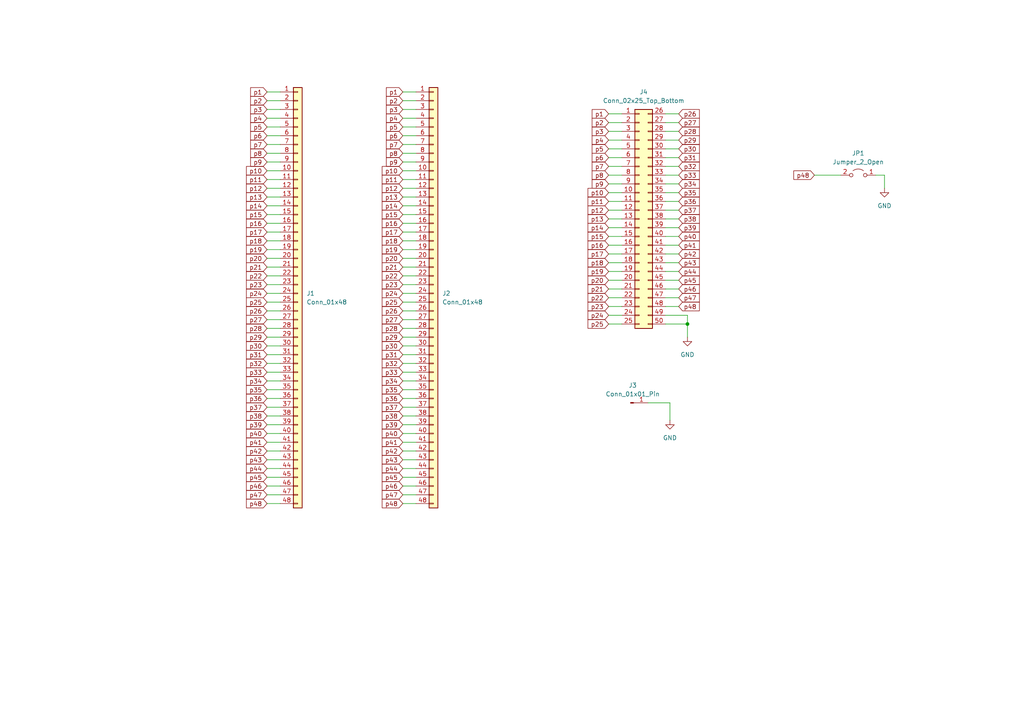
<source format=kicad_sch>
(kicad_sch (version 20230121) (generator eeschema)
  (paper "A4")
  (lib_symbols
    (symbol "Connector:Conn_01x01_Pin" (pin_names (offset 1.016) hide)
      (property "Reference" "J" (at 0 2.54 0))
      (property "Value" "Conn_01x01_Pin" (at 0 -2.54 0))
      (symbol "Conn_01x01_Pin_1_1"
        (polyline (pts (xy 1.27 0) (xy 0.8636 0)) (stroke (width 0.1524)))
        (rectangle (start 0.8636 0.127) (end 0 -0.127) (stroke (width 0.1524)) (fill (type outline)))
        (pin passive line (at 5.08 0 180) (length 3.81) (name "Pin_1") (number "1"))
      )
    )
    (symbol "Connector_Generic:Conn_01x48" (pin_names (offset 1.016) hide)
      (property "Reference" "J" (at 0 60.96 0))
      (property "Value" "Conn_01x48" (at 0 -63.5 0))
      (symbol "Conn_01x48_1_1"
        (rectangle (start -1.27 -60.833) (end 0 -61.087) (stroke (width 0.1524)))
        (rectangle (start -1.27 -58.293) (end 0 -58.547) (stroke (width 0.1524)))
        (rectangle (start -1.27 -55.753) (end 0 -56.007) (stroke (width 0.1524)))
        (rectangle (start -1.27 -53.213) (end 0 -53.467) (stroke (width 0.1524)))
        (rectangle (start -1.27 -50.673) (end 0 -50.927) (stroke (width 0.1524)))
        (rectangle (start -1.27 -48.133) (end 0 -48.387) (stroke (width 0.1524)))
        (rectangle (start -1.27 -45.593) (end 0 -45.847) (stroke (width 0.1524)))
        (rectangle (start -1.27 -43.053) (end 0 -43.307) (stroke (width 0.1524)))
        (rectangle (start -1.27 -40.513) (end 0 -40.767) (stroke (width 0.1524)))
        (rectangle (start -1.27 -37.973) (end 0 -38.227) (stroke (width 0.1524)))
        (rectangle (start -1.27 -35.433) (end 0 -35.687) (stroke (width 0.1524)))
        (rectangle (start -1.27 -32.893) (end 0 -33.147) (stroke (width 0.1524)))
        (rectangle (start -1.27 -30.353) (end 0 -30.607) (stroke (width 0.1524)))
        (rectangle (start -1.27 -27.813) (end 0 -28.067) (stroke (width 0.1524)))
        (rectangle (start -1.27 -25.273) (end 0 -25.527) (stroke (width 0.1524)))
        (rectangle (start -1.27 -22.733) (end 0 -22.987) (stroke (width 0.1524)))
        (rectangle (start -1.27 -20.193) (end 0 -20.447) (stroke (width 0.1524)))
        (rectangle (start -1.27 -17.653) (end 0 -17.907) (stroke (width 0.1524)))
        (rectangle (start -1.27 -15.113) (end 0 -15.367) (stroke (width 0.1524)))
        (rectangle (start -1.27 -12.573) (end 0 -12.827) (stroke (width 0.1524)))
        (rectangle (start -1.27 -10.033) (end 0 -10.287) (stroke (width 0.1524)))
        (rectangle (start -1.27 -7.493) (end 0 -7.747) (stroke (width 0.1524)))
        (rectangle (start -1.27 -4.953) (end 0 -5.207) (stroke (width 0.1524)))
        (rectangle (start -1.27 -2.413) (end 0 -2.667) (stroke (width 0.1524)))
        (rectangle (start -1.27 0.127) (end 0 -0.127) (stroke (width 0.1524)))
        (rectangle (start -1.27 2.667) (end 0 2.413) (stroke (width 0.1524)))
        (rectangle (start -1.27 5.207) (end 0 4.953) (stroke (width 0.1524)))
        (rectangle (start -1.27 7.747) (end 0 7.493) (stroke (width 0.1524)))
        (rectangle (start -1.27 10.287) (end 0 10.033) (stroke (width 0.1524)))
        (rectangle (start -1.27 12.827) (end 0 12.573) (stroke (width 0.1524)))
        (rectangle (start -1.27 15.367) (end 0 15.113) (stroke (width 0.1524)))
        (rectangle (start -1.27 17.907) (end 0 17.653) (stroke (width 0.1524)))
        (rectangle (start -1.27 20.447) (end 0 20.193) (stroke (width 0.1524)))
        (rectangle (start -1.27 22.987) (end 0 22.733) (stroke (width 0.1524)))
        (rectangle (start -1.27 25.527) (end 0 25.273) (stroke (width 0.1524)))
        (rectangle (start -1.27 28.067) (end 0 27.813) (stroke (width 0.1524)))
        (rectangle (start -1.27 30.607) (end 0 30.353) (stroke (width 0.1524)))
        (rectangle (start -1.27 33.147) (end 0 32.893) (stroke (width 0.1524)))
        (rectangle (start -1.27 35.687) (end 0 35.433) (stroke (width 0.1524)))
        (rectangle (start -1.27 38.227) (end 0 37.973) (stroke (width 0.1524)))
        (rectangle (start -1.27 40.767) (end 0 40.513) (stroke (width 0.1524)))
        (rectangle (start -1.27 43.307) (end 0 43.053) (stroke (width 0.1524)))
        (rectangle (start -1.27 45.847) (end 0 45.593) (stroke (width 0.1524)))
        (rectangle (start -1.27 48.387) (end 0 48.133) (stroke (width 0.1524)))
        (rectangle (start -1.27 50.927) (end 0 50.673) (stroke (width 0.1524)))
        (rectangle (start -1.27 53.467) (end 0 53.213) (stroke (width 0.1524)))
        (rectangle (start -1.27 56.007) (end 0 55.753) (stroke (width 0.1524)))
        (rectangle (start -1.27 58.547) (end 0 58.293) (stroke (width 0.1524)))
        (rectangle (start -1.27 59.69) (end 1.27 -62.23) (stroke (width 0.254)) (fill (type background)))
        (pin passive line (at -5.08 58.42 0) (length 3.81) (name "Pin_1") (number "1"))
        (pin passive line (at -5.08 35.56 0) (length 3.81) (name "Pin_10") (number "10"))
        (pin passive line (at -5.08 33.02 0) (length 3.81) (name "Pin_11") (number "11"))
        (pin passive line (at -5.08 30.48 0) (length 3.81) (name "Pin_12") (number "12"))
        (pin passive line (at -5.08 27.94 0) (length 3.81) (name "Pin_13") (number "13"))
        (pin passive line (at -5.08 25.4 0) (length 3.81) (name "Pin_14") (number "14"))
        (pin passive line (at -5.08 22.86 0) (length 3.81) (name "Pin_15") (number "15"))
        (pin passive line (at -5.08 20.32 0) (length 3.81) (name "Pin_16") (number "16"))
        (pin passive line (at -5.08 17.78 0) (length 3.81) (name "Pin_17") (number "17"))
        (pin passive line (at -5.08 15.24 0) (length 3.81) (name "Pin_18") (number "18"))
        (pin passive line (at -5.08 12.7 0) (length 3.81) (name "Pin_19") (number "19"))
        (pin passive line (at -5.08 55.88 0) (length 3.81) (name "Pin_2") (number "2"))
        (pin passive line (at -5.08 10.16 0) (length 3.81) (name "Pin_20") (number "20"))
        (pin passive line (at -5.08 7.62 0) (length 3.81) (name "Pin_21") (number "21"))
        (pin passive line (at -5.08 5.08 0) (length 3.81) (name "Pin_22") (number "22"))
        (pin passive line (at -5.08 2.54 0) (length 3.81) (name "Pin_23") (number "23"))
        (pin passive line (at -5.08 0 0) (length 3.81) (name "Pin_24") (number "24"))
        (pin passive line (at -5.08 -2.54 0) (length 3.81) (name "Pin_25") (number "25"))
        (pin passive line (at -5.08 -5.08 0) (length 3.81) (name "Pin_26") (number "26"))
        (pin passive line (at -5.08 -7.62 0) (length 3.81) (name "Pin_27") (number "27"))
        (pin passive line (at -5.08 -10.16 0) (length 3.81) (name "Pin_28") (number "28"))
        (pin passive line (at -5.08 -12.7 0) (length 3.81) (name "Pin_29") (number "29"))
        (pin passive line (at -5.08 53.34 0) (length 3.81) (name "Pin_3") (number "3"))
        (pin passive line (at -5.08 -15.24 0) (length 3.81) (name "Pin_30") (number "30"))
        (pin passive line (at -5.08 -17.78 0) (length 3.81) (name "Pin_31") (number "31"))
        (pin passive line (at -5.08 -20.32 0) (length 3.81) (name "Pin_32") (number "32"))
        (pin passive line (at -5.08 -22.86 0) (length 3.81) (name "Pin_33") (number "33"))
        (pin passive line (at -5.08 -25.4 0) (length 3.81) (name "Pin_34") (number "34"))
        (pin passive line (at -5.08 -27.94 0) (length 3.81) (name "Pin_35") (number "35"))
        (pin passive line (at -5.08 -30.48 0) (length 3.81) (name "Pin_36") (number "36"))
        (pin passive line (at -5.08 -33.02 0) (length 3.81) (name "Pin_37") (number "37"))
        (pin passive line (at -5.08 -35.56 0) (length 3.81) (name "Pin_38") (number "38"))
        (pin passive line (at -5.08 -38.1 0) (length 3.81) (name "Pin_39") (number "39"))
        (pin passive line (at -5.08 50.8 0) (length 3.81) (name "Pin_4") (number "4"))
        (pin passive line (at -5.08 -40.64 0) (length 3.81) (name "Pin_40") (number "40"))
        (pin passive line (at -5.08 -43.18 0) (length 3.81) (name "Pin_41") (number "41"))
        (pin passive line (at -5.08 -45.72 0) (length 3.81) (name "Pin_42") (number "42"))
        (pin passive line (at -5.08 -48.26 0) (length 3.81) (name "Pin_43") (number "43"))
        (pin passive line (at -5.08 -50.8 0) (length 3.81) (name "Pin_44") (number "44"))
        (pin passive line (at -5.08 -53.34 0) (length 3.81) (name "Pin_45") (number "45"))
        (pin passive line (at -5.08 -55.88 0) (length 3.81) (name "Pin_46") (number "46"))
        (pin passive line (at -5.08 -58.42 0) (length 3.81) (name "Pin_47") (number "47"))
        (pin passive line (at -5.08 -60.96 0) (length 3.81) (name "Pin_48") (number "48"))
        (pin passive line (at -5.08 48.26 0) (length 3.81) (name "Pin_5") (number "5"))
        (pin passive line (at -5.08 45.72 0) (length 3.81) (name "Pin_6") (number "6"))
        (pin passive line (at -5.08 43.18 0) (length 3.81) (name "Pin_7") (number "7"))
        (pin passive line (at -5.08 40.64 0) (length 3.81) (name "Pin_8") (number "8"))
        (pin passive line (at -5.08 38.1 0) (length 3.81) (name "Pin_9") (number "9"))
      )
    )
    (symbol "Connector_Generic:Conn_02x25_Top_Bottom" (pin_names (offset 1.016) hide)
      (property "Reference" "J" (at 1.27 33.02 0))
      (property "Value" "Conn_02x25_Top_Bottom" (at 1.27 -33.02 0))
      (symbol "Conn_02x25_Top_Bottom_1_1"
        (rectangle (start -1.27 -30.353) (end 0 -30.607) (stroke (width 0.1524)))
        (rectangle (start -1.27 -27.813) (end 0 -28.067) (stroke (width 0.1524)))
        (rectangle (start -1.27 -25.273) (end 0 -25.527) (stroke (width 0.1524)))
        (rectangle (start -1.27 -22.733) (end 0 -22.987) (stroke (width 0.1524)))
        (rectangle (start -1.27 -20.193) (end 0 -20.447) (stroke (width 0.1524)))
        (rectangle (start -1.27 -17.653) (end 0 -17.907) (stroke (width 0.1524)))
        (rectangle (start -1.27 -15.113) (end 0 -15.367) (stroke (width 0.1524)))
        (rectangle (start -1.27 -12.573) (end 0 -12.827) (stroke (width 0.1524)))
        (rectangle (start -1.27 -10.033) (end 0 -10.287) (stroke (width 0.1524)))
        (rectangle (start -1.27 -7.493) (end 0 -7.747) (stroke (width 0.1524)))
        (rectangle (start -1.27 -4.953) (end 0 -5.207) (stroke (width 0.1524)))
        (rectangle (start -1.27 -2.413) (end 0 -2.667) (stroke (width 0.1524)))
        (rectangle (start -1.27 0.127) (end 0 -0.127) (stroke (width 0.1524)))
        (rectangle (start -1.27 2.667) (end 0 2.413) (stroke (width 0.1524)))
        (rectangle (start -1.27 5.207) (end 0 4.953) (stroke (width 0.1524)))
        (rectangle (start -1.27 7.747) (end 0 7.493) (stroke (width 0.1524)))
        (rectangle (start -1.27 10.287) (end 0 10.033) (stroke (width 0.1524)))
        (rectangle (start -1.27 12.827) (end 0 12.573) (stroke (width 0.1524)))
        (rectangle (start -1.27 15.367) (end 0 15.113) (stroke (width 0.1524)))
        (rectangle (start -1.27 17.907) (end 0 17.653) (stroke (width 0.1524)))
        (rectangle (start -1.27 20.447) (end 0 20.193) (stroke (width 0.1524)))
        (rectangle (start -1.27 22.987) (end 0 22.733) (stroke (width 0.1524)))
        (rectangle (start -1.27 25.527) (end 0 25.273) (stroke (width 0.1524)))
        (rectangle (start -1.27 28.067) (end 0 27.813) (stroke (width 0.1524)))
        (rectangle (start -1.27 30.607) (end 0 30.353) (stroke (width 0.1524)))
        (rectangle (start -1.27 31.75) (end 3.81 -31.75) (stroke (width 0.254)) (fill (type background)))
        (rectangle (start 3.81 -30.353) (end 2.54 -30.607) (stroke (width 0.1524)))
        (rectangle (start 3.81 -27.813) (end 2.54 -28.067) (stroke (width 0.1524)))
        (rectangle (start 3.81 -25.273) (end 2.54 -25.527) (stroke (width 0.1524)))
        (rectangle (start 3.81 -22.733) (end 2.54 -22.987) (stroke (width 0.1524)))
        (rectangle (start 3.81 -20.193) (end 2.54 -20.447) (stroke (width 0.1524)))
        (rectangle (start 3.81 -17.653) (end 2.54 -17.907) (stroke (width 0.1524)))
        (rectangle (start 3.81 -15.113) (end 2.54 -15.367) (stroke (width 0.1524)))
        (rectangle (start 3.81 -12.573) (end 2.54 -12.827) (stroke (width 0.1524)))
        (rectangle (start 3.81 -10.033) (end 2.54 -10.287) (stroke (width 0.1524)))
        (rectangle (start 3.81 -7.493) (end 2.54 -7.747) (stroke (width 0.1524)))
        (rectangle (start 3.81 -4.953) (end 2.54 -5.207) (stroke (width 0.1524)))
        (rectangle (start 3.81 -2.413) (end 2.54 -2.667) (stroke (width 0.1524)))
        (rectangle (start 3.81 0.127) (end 2.54 -0.127) (stroke (width 0.1524)))
        (rectangle (start 3.81 2.667) (end 2.54 2.413) (stroke (width 0.1524)))
        (rectangle (start 3.81 5.207) (end 2.54 4.953) (stroke (width 0.1524)))
        (rectangle (start 3.81 7.747) (end 2.54 7.493) (stroke (width 0.1524)))
        (rectangle (start 3.81 10.287) (end 2.54 10.033) (stroke (width 0.1524)))
        (rectangle (start 3.81 12.827) (end 2.54 12.573) (stroke (width 0.1524)))
        (rectangle (start 3.81 15.367) (end 2.54 15.113) (stroke (width 0.1524)))
        (rectangle (start 3.81 17.907) (end 2.54 17.653) (stroke (width 0.1524)))
        (rectangle (start 3.81 20.447) (end 2.54 20.193) (stroke (width 0.1524)))
        (rectangle (start 3.81 22.987) (end 2.54 22.733) (stroke (width 0.1524)))
        (rectangle (start 3.81 25.527) (end 2.54 25.273) (stroke (width 0.1524)))
        (rectangle (start 3.81 28.067) (end 2.54 27.813) (stroke (width 0.1524)))
        (rectangle (start 3.81 30.607) (end 2.54 30.353) (stroke (width 0.1524)))
        (pin passive line (at -5.08 30.48 0) (length 3.81) (name "Pin_1") (number "1"))
        (pin passive line (at -5.08 7.62 0) (length 3.81) (name "Pin_10") (number "10"))
        (pin passive line (at -5.08 5.08 0) (length 3.81) (name "Pin_11") (number "11"))
        (pin passive line (at -5.08 2.54 0) (length 3.81) (name "Pin_12") (number "12"))
        (pin passive line (at -5.08 0 0) (length 3.81) (name "Pin_13") (number "13"))
        (pin passive line (at -5.08 -2.54 0) (length 3.81) (name "Pin_14") (number "14"))
        (pin passive line (at -5.08 -5.08 0) (length 3.81) (name "Pin_15") (number "15"))
        (pin passive line (at -5.08 -7.62 0) (length 3.81) (name "Pin_16") (number "16"))
        (pin passive line (at -5.08 -10.16 0) (length 3.81) (name "Pin_17") (number "17"))
        (pin passive line (at -5.08 -12.7 0) (length 3.81) (name "Pin_18") (number "18"))
        (pin passive line (at -5.08 -15.24 0) (length 3.81) (name "Pin_19") (number "19"))
        (pin passive line (at -5.08 27.94 0) (length 3.81) (name "Pin_2") (number "2"))
        (pin passive line (at -5.08 -17.78 0) (length 3.81) (name "Pin_20") (number "20"))
        (pin passive line (at -5.08 -20.32 0) (length 3.81) (name "Pin_21") (number "21"))
        (pin passive line (at -5.08 -22.86 0) (length 3.81) (name "Pin_22") (number "22"))
        (pin passive line (at -5.08 -25.4 0) (length 3.81) (name "Pin_23") (number "23"))
        (pin passive line (at -5.08 -27.94 0) (length 3.81) (name "Pin_24") (number "24"))
        (pin passive line (at -5.08 -30.48 0) (length 3.81) (name "Pin_25") (number "25"))
        (pin passive line (at 7.62 30.48 180) (length 3.81) (name "Pin_26") (number "26"))
        (pin passive line (at 7.62 27.94 180) (length 3.81) (name "Pin_27") (number "27"))
        (pin passive line (at 7.62 25.4 180) (length 3.81) (name "Pin_28") (number "28"))
        (pin passive line (at 7.62 22.86 180) (length 3.81) (name "Pin_29") (number "29"))
        (pin passive line (at -5.08 25.4 0) (length 3.81) (name "Pin_3") (number "3"))
        (pin passive line (at 7.62 20.32 180) (length 3.81) (name "Pin_30") (number "30"))
        (pin passive line (at 7.62 17.78 180) (length 3.81) (name "Pin_31") (number "31"))
        (pin passive line (at 7.62 15.24 180) (length 3.81) (name "Pin_32") (number "32"))
        (pin passive line (at 7.62 12.7 180) (length 3.81) (name "Pin_33") (number "33"))
        (pin passive line (at 7.62 10.16 180) (length 3.81) (name "Pin_34") (number "34"))
        (pin passive line (at 7.62 7.62 180) (length 3.81) (name "Pin_35") (number "35"))
        (pin passive line (at 7.62 5.08 180) (length 3.81) (name "Pin_36") (number "36"))
        (pin passive line (at 7.62 2.54 180) (length 3.81) (name "Pin_37") (number "37"))
        (pin passive line (at 7.62 0 180) (length 3.81) (name "Pin_38") (number "38"))
        (pin passive line (at 7.62 -2.54 180) (length 3.81) (name "Pin_39") (number "39"))
        (pin passive line (at -5.08 22.86 0) (length 3.81) (name "Pin_4") (number "4"))
        (pin passive line (at 7.62 -5.08 180) (length 3.81) (name "Pin_40") (number "40"))
        (pin passive line (at 7.62 -7.62 180) (length 3.81) (name "Pin_41") (number "41"))
        (pin passive line (at 7.62 -10.16 180) (length 3.81) (name "Pin_42") (number "42"))
        (pin passive line (at 7.62 -12.7 180) (length 3.81) (name "Pin_43") (number "43"))
        (pin passive line (at 7.62 -15.24 180) (length 3.81) (name "Pin_44") (number "44"))
        (pin passive line (at 7.62 -17.78 180) (length 3.81) (name "Pin_45") (number "45"))
        (pin passive line (at 7.62 -20.32 180) (length 3.81) (name "Pin_46") (number "46"))
        (pin passive line (at 7.62 -22.86 180) (length 3.81) (name "Pin_47") (number "47"))
        (pin passive line (at 7.62 -25.4 180) (length 3.81) (name "Pin_48") (number "48"))
        (pin passive line (at 7.62 -27.94 180) (length 3.81) (name "Pin_49") (number "49"))
        (pin passive line (at -5.08 20.32 0) (length 3.81) (name "Pin_5") (number "5"))
        (pin passive line (at 7.62 -30.48 180) (length 3.81) (name "Pin_50") (number "50"))
        (pin passive line (at -5.08 17.78 0) (length 3.81) (name "Pin_6") (number "6"))
        (pin passive line (at -5.08 15.24 0) (length 3.81) (name "Pin_7") (number "7"))
        (pin passive line (at -5.08 12.7 0) (length 3.81) (name "Pin_8") (number "8"))
        (pin passive line (at -5.08 10.16 0) (length 3.81) (name "Pin_9") (number "9"))
      )
    )
    (symbol "Jumper:Jumper_2_Open" (pin_names (offset 0) hide)
      (property "Reference" "JP" (at 0 2.794 0))
      (property "Value" "Jumper_2_Open" (at 0 -2.286 0))
      (symbol "Jumper_2_Open_0_0"
        (circle (center -2.032 0) (radius 0.508))
        (circle (center 2.032 0) (radius 0.508))
      )
      (symbol "Jumper_2_Open_0_1"
        (arc (start 1.524 1.27) (mid 0 1.778) (end -1.524 1.27))
      )
      (symbol "Jumper_2_Open_1_1"
        (pin passive line (at -5.08 0 0) (length 2.54) (name "A") (number "1"))
        (pin passive line (at 5.08 0 180) (length 2.54) (name "B") (number "2"))
      )
    )
    (symbol "power:GND" (power) (pin_names (offset 0))
      (property "Value" "GND" (at 0 -3.81 0))
      (symbol "GND_0_1"
        (polyline (pts (xy 0 0) (xy 0 -1.27) (xy 1.27 -1.27) (xy 0 -2.54) (xy -1.27 -1.27) (xy 0 -1.27)))
      )
      (symbol "GND_1_1"
        (pin power_in line (at 0 0 270) (length 0) hide (name "GND") (number "1"))
      )
    )
  )
  (junction (at 199.39 93.98))
  (wire (pts (xy 77.47 87.63) (xy 81.28 87.63)))
  (wire (pts (xy 116.84 107.95) (xy 120.65 107.95)))
  (wire (pts (xy 116.84 46.99) (xy 120.65 46.99)))
  (wire (pts (xy 176.53 78.74) (xy 180.34 78.74)))
  (wire (pts (xy 199.39 93.98) (xy 193.04 93.98)))
  (wire (pts (xy 77.47 135.89) (xy 81.28 135.89)))
  (wire (pts (xy 176.53 68.58) (xy 180.34 68.58)))
  (wire (pts (xy 196.85 43.18) (xy 193.04 43.18)))
  (wire (pts (xy 77.47 49.53) (xy 81.28 49.53)))
  (wire (pts (xy 77.47 31.75) (xy 81.28 31.75)))
  (wire (pts (xy 116.84 57.15) (xy 120.65 57.15)))
  (wire (pts (xy 176.53 60.96) (xy 180.34 60.96)))
  (wire (pts (xy 77.47 102.87) (xy 81.28 102.87)))
  (wire (pts (xy 236.22 50.8) (xy 243.84 50.8)))
  (wire (pts (xy 176.53 45.72) (xy 180.34 45.72)))
  (wire (pts (xy 77.47 95.25) (xy 81.28 95.25)))
  (wire (pts (xy 176.53 66.04) (xy 180.34 66.04)))
  (wire (pts (xy 116.84 110.49) (xy 120.65 110.49)))
  (wire (pts (xy 116.84 102.87) (xy 120.65 102.87)))
  (wire (pts (xy 77.47 39.37) (xy 81.28 39.37)))
  (wire (pts (xy 196.85 50.8) (xy 193.04 50.8)))
  (wire (pts (xy 77.47 72.39) (xy 81.28 72.39)))
  (wire (pts (xy 196.85 38.1) (xy 193.04 38.1)))
  (wire (pts (xy 77.47 74.93) (xy 81.28 74.93)))
  (wire (pts (xy 116.84 39.37) (xy 120.65 39.37)))
  (wire (pts (xy 116.84 140.97) (xy 120.65 140.97)))
  (wire (pts (xy 116.84 120.65) (xy 120.65 120.65)))
  (wire (pts (xy 116.84 125.73) (xy 120.65 125.73)))
  (wire (pts (xy 77.47 64.77) (xy 81.28 64.77)))
  (wire (pts (xy 77.47 90.17) (xy 81.28 90.17)))
  (wire (pts (xy 77.47 34.29) (xy 81.28 34.29)))
  (wire (pts (xy 77.47 110.49) (xy 81.28 110.49)))
  (wire (pts (xy 116.84 67.31) (xy 120.65 67.31)))
  (wire (pts (xy 77.47 125.73) (xy 81.28 125.73)))
  (wire (pts (xy 116.84 90.17) (xy 120.65 90.17)))
  (wire (pts (xy 77.47 133.35) (xy 81.28 133.35)))
  (wire (pts (xy 196.85 60.96) (xy 193.04 60.96)))
  (wire (pts (xy 116.84 133.35) (xy 120.65 133.35)))
  (wire (pts (xy 116.84 64.77) (xy 120.65 64.77)))
  (wire (pts (xy 196.85 71.12) (xy 193.04 71.12)))
  (wire (pts (xy 196.85 66.04) (xy 193.04 66.04)))
  (wire (pts (xy 116.84 44.45) (xy 120.65 44.45)))
  (wire (pts (xy 77.47 107.95) (xy 81.28 107.95)))
  (wire (pts (xy 77.47 115.57) (xy 81.28 115.57)))
  (wire (pts (xy 176.53 55.88) (xy 180.34 55.88)))
  (wire (pts (xy 254 50.8) (xy 256.54 50.8)))
  (wire (pts (xy 176.53 50.8) (xy 180.34 50.8)))
  (wire (pts (xy 196.85 63.5) (xy 193.04 63.5)))
  (wire (pts (xy 176.53 63.5) (xy 180.34 63.5)))
  (wire (pts (xy 77.47 59.69) (xy 81.28 59.69)))
  (wire (pts (xy 77.47 80.01) (xy 81.28 80.01)))
  (wire (pts (xy 176.53 48.26) (xy 180.34 48.26)))
  (wire (pts (xy 77.47 85.09) (xy 81.28 85.09)))
  (wire (pts (xy 116.84 97.79) (xy 120.65 97.79)))
  (wire (pts (xy 116.84 31.75) (xy 120.65 31.75)))
  (wire (pts (xy 116.84 29.21) (xy 120.65 29.21)))
  (wire (pts (xy 176.53 40.64) (xy 180.34 40.64)))
  (wire (pts (xy 176.53 81.28) (xy 180.34 81.28)))
  (wire (pts (xy 77.47 41.91) (xy 81.28 41.91)))
  (wire (pts (xy 196.85 35.56) (xy 193.04 35.56)))
  (wire (pts (xy 77.47 140.97) (xy 81.28 140.97)))
  (wire (pts (xy 196.85 88.9) (xy 193.04 88.9)))
  (wire (pts (xy 116.84 62.23) (xy 120.65 62.23)))
  (wire (pts (xy 199.39 93.98) (xy 199.39 97.79)))
  (wire (pts (xy 116.84 80.01) (xy 120.65 80.01)))
  (wire (pts (xy 176.53 73.66) (xy 180.34 73.66)))
  (wire (pts (xy 176.53 38.1) (xy 180.34 38.1)))
  (wire (pts (xy 196.85 73.66) (xy 193.04 73.66)))
  (wire (pts (xy 77.47 57.15) (xy 81.28 57.15)))
  (wire (pts (xy 116.84 95.25) (xy 120.65 95.25)))
  (wire (pts (xy 116.84 135.89) (xy 120.65 135.89)))
  (wire (pts (xy 196.85 76.2) (xy 193.04 76.2)))
  (wire (pts (xy 116.84 69.85) (xy 120.65 69.85)))
  (wire (pts (xy 116.84 123.19) (xy 120.65 123.19)))
  (wire (pts (xy 196.85 83.82) (xy 193.04 83.82)))
  (wire (pts (xy 196.85 48.26) (xy 193.04 48.26)))
  (wire (pts (xy 77.47 92.71) (xy 81.28 92.71)))
  (wire (pts (xy 196.85 33.02) (xy 193.04 33.02)))
  (wire (pts (xy 77.47 113.03) (xy 81.28 113.03)))
  (wire (pts (xy 116.84 146.05) (xy 120.65 146.05)))
  (wire (pts (xy 194.31 116.84) (xy 194.31 121.92)))
  (wire (pts (xy 196.85 86.36) (xy 193.04 86.36)))
  (wire (pts (xy 199.39 91.44) (xy 193.04 91.44)))
  (wire (pts (xy 116.84 26.67) (xy 120.65 26.67)))
  (wire (pts (xy 77.47 52.07) (xy 81.28 52.07)))
  (wire (pts (xy 77.47 77.47) (xy 81.28 77.47)))
  (wire (pts (xy 176.53 58.42) (xy 180.34 58.42)))
  (wire (pts (xy 116.84 143.51) (xy 120.65 143.51)))
  (wire (pts (xy 176.53 33.02) (xy 180.34 33.02)))
  (wire (pts (xy 77.47 123.19) (xy 81.28 123.19)))
  (wire (pts (xy 77.47 100.33) (xy 81.28 100.33)))
  (wire (pts (xy 116.84 100.33) (xy 120.65 100.33)))
  (wire (pts (xy 176.53 71.12) (xy 180.34 71.12)))
  (wire (pts (xy 77.47 36.83) (xy 81.28 36.83)))
  (wire (pts (xy 77.47 69.85) (xy 81.28 69.85)))
  (wire (pts (xy 116.84 128.27) (xy 120.65 128.27)))
  (wire (pts (xy 116.84 52.07) (xy 120.65 52.07)))
  (wire (pts (xy 196.85 40.64) (xy 193.04 40.64)))
  (wire (pts (xy 176.53 93.98) (xy 180.34 93.98)))
  (wire (pts (xy 77.47 130.81) (xy 81.28 130.81)))
  (wire (pts (xy 116.84 59.69) (xy 120.65 59.69)))
  (wire (pts (xy 176.53 83.82) (xy 180.34 83.82)))
  (wire (pts (xy 77.47 120.65) (xy 81.28 120.65)))
  (wire (pts (xy 196.85 45.72) (xy 193.04 45.72)))
  (wire (pts (xy 77.47 54.61) (xy 81.28 54.61)))
  (wire (pts (xy 77.47 29.21) (xy 81.28 29.21)))
  (wire (pts (xy 196.85 58.42) (xy 193.04 58.42)))
  (wire (pts (xy 77.47 82.55) (xy 81.28 82.55)))
  (wire (pts (xy 77.47 128.27) (xy 81.28 128.27)))
  (wire (pts (xy 77.47 146.05) (xy 81.28 146.05)))
  (wire (pts (xy 77.47 46.99) (xy 81.28 46.99)))
  (wire (pts (xy 196.85 81.28) (xy 193.04 81.28)))
  (wire (pts (xy 116.84 87.63) (xy 120.65 87.63)))
  (wire (pts (xy 176.53 43.18) (xy 180.34 43.18)))
  (wire (pts (xy 187.96 116.84) (xy 194.31 116.84)))
  (wire (pts (xy 116.84 72.39) (xy 120.65 72.39)))
  (wire (pts (xy 116.84 130.81) (xy 120.65 130.81)))
  (wire (pts (xy 116.84 85.09) (xy 120.65 85.09)))
  (wire (pts (xy 196.85 68.58) (xy 193.04 68.58)))
  (wire (pts (xy 196.85 78.74) (xy 193.04 78.74)))
  (wire (pts (xy 116.84 49.53) (xy 120.65 49.53)))
  (wire (pts (xy 116.84 115.57) (xy 120.65 115.57)))
  (wire (pts (xy 196.85 53.34) (xy 193.04 53.34)))
  (wire (pts (xy 176.53 76.2) (xy 180.34 76.2)))
  (wire (pts (xy 176.53 35.56) (xy 180.34 35.56)))
  (wire (pts (xy 116.84 105.41) (xy 120.65 105.41)))
  (wire (pts (xy 116.84 41.91) (xy 120.65 41.91)))
  (wire (pts (xy 176.53 53.34) (xy 180.34 53.34)))
  (wire (pts (xy 196.85 55.88) (xy 193.04 55.88)))
  (wire (pts (xy 116.84 34.29) (xy 120.65 34.29)))
  (wire (pts (xy 116.84 92.71) (xy 120.65 92.71)))
  (wire (pts (xy 77.47 97.79) (xy 81.28 97.79)))
  (wire (pts (xy 116.84 138.43) (xy 120.65 138.43)))
  (wire (pts (xy 116.84 36.83) (xy 120.65 36.83)))
  (wire (pts (xy 77.47 44.45) (xy 81.28 44.45)))
  (wire (pts (xy 77.47 138.43) (xy 81.28 138.43)))
  (wire (pts (xy 116.84 74.93) (xy 120.65 74.93)))
  (wire (pts (xy 176.53 91.44) (xy 180.34 91.44)))
  (wire (pts (xy 176.53 86.36) (xy 180.34 86.36)))
  (wire (pts (xy 116.84 82.55) (xy 120.65 82.55)))
  (wire (pts (xy 176.53 88.9) (xy 180.34 88.9)))
  (wire (pts (xy 116.84 54.61) (xy 120.65 54.61)))
  (wire (pts (xy 256.54 50.8) (xy 256.54 54.61)))
  (wire (pts (xy 77.47 105.41) (xy 81.28 105.41)))
  (wire (pts (xy 116.84 113.03) (xy 120.65 113.03)))
  (wire (pts (xy 116.84 118.11) (xy 120.65 118.11)))
  (wire (pts (xy 77.47 143.51) (xy 81.28 143.51)))
  (wire (pts (xy 199.39 91.44) (xy 199.39 93.98)))
  (wire (pts (xy 116.84 77.47) (xy 120.65 77.47)))
  (wire (pts (xy 77.47 118.11) (xy 81.28 118.11)))
  (wire (pts (xy 77.47 67.31) (xy 81.28 67.31)))
  (wire (pts (xy 77.47 62.23) (xy 81.28 62.23)))
  (wire (pts (xy 77.47 26.67) (xy 81.28 26.67)))
  (global_label "p20" (shape input) (at 116.84 74.93 180) (property "Intersheetrefs" "${INTERSHEET_REFS}" (effects hide)))
  (global_label "p37" (shape input) (at 116.84 118.11 180) (property "Intersheetrefs" "${INTERSHEET_REFS}" (effects hide)))
  (global_label "p4" (shape input) (at 176.53 40.64 180) (property "Intersheetrefs" "${INTERSHEET_REFS}" (effects hide)))
  (global_label "p35" (shape input) (at 116.84 113.03 180) (property "Intersheetrefs" "${INTERSHEET_REFS}" (effects hide)))
  (global_label "p21" (shape input) (at 77.47 77.47 180) (property "Intersheetrefs" "${INTERSHEET_REFS}" (effects hide)))
  (global_label "p14" (shape input) (at 77.47 59.69 180) (property "Intersheetrefs" "${INTERSHEET_REFS}" (effects hide)))
  (global_label "p44" (shape input) (at 116.84 135.89 180) (property "Intersheetrefs" "${INTERSHEET_REFS}" (effects hide)))
  (global_label "p4" (shape input) (at 116.84 34.29 180) (property "Intersheetrefs" "${INTERSHEET_REFS}" (effects hide)))
  (global_label "p13" (shape input) (at 176.53 63.5 180) (property "Intersheetrefs" "${INTERSHEET_REFS}" (effects hide)))
  (global_label "p1" (shape input) (at 176.53 33.02 180) (property "Intersheetrefs" "${INTERSHEET_REFS}" (effects hide)))
  (global_label "p46" (shape input) (at 77.47 140.97 180) (property "Intersheetrefs" "${INTERSHEET_REFS}" (effects hide)))
  (global_label "p7" (shape input) (at 77.47 41.91 180) (property "Intersheetrefs" "${INTERSHEET_REFS}" (effects hide)))
  (global_label "p10" (shape input) (at 116.84 49.53 180) (property "Intersheetrefs" "${INTERSHEET_REFS}" (effects hide)))
  (global_label "p47" (shape input) (at 116.84 143.51 180) (property "Intersheetrefs" "${INTERSHEET_REFS}" (effects hide)))
  (global_label "p7" (shape input) (at 116.84 41.91 180) (property "Intersheetrefs" "${INTERSHEET_REFS}" (effects hide)))
  (global_label "p38" (shape input) (at 196.85 63.5 0) (property "Intersheetrefs" "${INTERSHEET_REFS}" (effects hide)))
  (global_label "p1" (shape input) (at 77.47 26.67 180) (property "Intersheetrefs" "${INTERSHEET_REFS}" (effects hide)))
  (global_label "p32" (shape input) (at 77.47 105.41 180) (property "Intersheetrefs" "${INTERSHEET_REFS}" (effects hide)))
  (global_label "p43" (shape input) (at 116.84 133.35 180) (property "Intersheetrefs" "${INTERSHEET_REFS}" (effects hide)))
  (global_label "p43" (shape input) (at 77.47 133.35 180) (property "Intersheetrefs" "${INTERSHEET_REFS}" (effects hide)))
  (global_label "p44" (shape input) (at 77.47 135.89 180) (property "Intersheetrefs" "${INTERSHEET_REFS}" (effects hide)))
  (global_label "p34" (shape input) (at 116.84 110.49 180) (property "Intersheetrefs" "${INTERSHEET_REFS}" (effects hide)))
  (global_label "p32" (shape input) (at 116.84 105.41 180) (property "Intersheetrefs" "${INTERSHEET_REFS}" (effects hide)))
  (global_label "p26" (shape input) (at 196.85 33.02 0) (property "Intersheetrefs" "${INTERSHEET_REFS}" (effects hide)))
  (global_label "p29" (shape input) (at 116.84 97.79 180) (property "Intersheetrefs" "${INTERSHEET_REFS}" (effects hide)))
  (global_label "p37" (shape input) (at 77.47 118.11 180) (property "Intersheetrefs" "${INTERSHEET_REFS}" (effects hide)))
  (global_label "p26" (shape input) (at 116.84 90.17 180) (property "Intersheetrefs" "${INTERSHEET_REFS}" (effects hide)))
  (global_label "p37" (shape input) (at 196.85 60.96 0) (property "Intersheetrefs" "${INTERSHEET_REFS}" (effects hide)))
  (global_label "p27" (shape input) (at 116.84 92.71 180) (property "Intersheetrefs" "${INTERSHEET_REFS}" (effects hide)))
  (global_label "p41" (shape input) (at 116.84 128.27 180) (property "Intersheetrefs" "${INTERSHEET_REFS}" (effects hide)))
  (global_label "p10" (shape input) (at 77.47 49.53 180) (property "Intersheetrefs" "${INTERSHEET_REFS}" (effects hide)))
  (global_label "p41" (shape input) (at 196.85 71.12 0) (property "Intersheetrefs" "${INTERSHEET_REFS}" (effects hide)))
  (global_label "p23" (shape input) (at 77.47 82.55 180) (property "Intersheetrefs" "${INTERSHEET_REFS}" (effects hide)))
  (global_label "p5" (shape input) (at 77.47 36.83 180) (property "Intersheetrefs" "${INTERSHEET_REFS}" (effects hide)))
  (global_label "p5" (shape input) (at 176.53 43.18 180) (property "Intersheetrefs" "${INTERSHEET_REFS}" (effects hide)))
  (global_label "p47" (shape input) (at 77.47 143.51 180) (property "Intersheetrefs" "${INTERSHEET_REFS}" (effects hide)))
  (global_label "p39" (shape input) (at 77.47 123.19 180) (property "Intersheetrefs" "${INTERSHEET_REFS}" (effects hide)))
  (global_label "p36" (shape input) (at 196.85 58.42 0) (property "Intersheetrefs" "${INTERSHEET_REFS}" (effects hide)))
  (global_label "p12" (shape input) (at 116.84 54.61 180) (property "Intersheetrefs" "${INTERSHEET_REFS}" (effects hide)))
  (global_label "p24" (shape input) (at 116.84 85.09 180) (property "Intersheetrefs" "${INTERSHEET_REFS}" (effects hide)))
  (global_label "p45" (shape input) (at 116.84 138.43 180) (property "Intersheetrefs" "${INTERSHEET_REFS}" (effects hide)))
  (global_label "p20" (shape input) (at 176.53 81.28 180) (property "Intersheetrefs" "${INTERSHEET_REFS}" (effects hide)))
  (global_label "p43" (shape input) (at 196.85 76.2 0) (property "Intersheetrefs" "${INTERSHEET_REFS}" (effects hide)))
  (global_label "p13" (shape input) (at 116.84 57.15 180) (property "Intersheetrefs" "${INTERSHEET_REFS}" (effects hide)))
  (global_label "p8" (shape input) (at 176.53 50.8 180) (property "Intersheetrefs" "${INTERSHEET_REFS}" (effects hide)))
  (global_label "p40" (shape input) (at 196.85 68.58 0) (property "Intersheetrefs" "${INTERSHEET_REFS}" (effects hide)))
  (global_label "p30" (shape input) (at 116.84 100.33 180) (property "Intersheetrefs" "${INTERSHEET_REFS}" (effects hide)))
  (global_label "p30" (shape input) (at 77.47 100.33 180) (property "Intersheetrefs" "${INTERSHEET_REFS}" (effects hide)))
  (global_label "p19" (shape input) (at 116.84 72.39 180) (property "Intersheetrefs" "${INTERSHEET_REFS}" (effects hide)))
  (global_label "p2" (shape input) (at 176.53 35.56 180) (property "Intersheetrefs" "${INTERSHEET_REFS}" (effects hide)))
  (global_label "p36" (shape input) (at 77.47 115.57 180) (property "Intersheetrefs" "${INTERSHEET_REFS}" (effects hide)))
  (global_label "p25" (shape input) (at 116.84 87.63 180) (property "Intersheetrefs" "${INTERSHEET_REFS}" (effects hide)))
  (global_label "p19" (shape input) (at 176.53 78.74 180) (property "Intersheetrefs" "${INTERSHEET_REFS}" (effects hide)))
  (global_label "p22" (shape input) (at 77.47 80.01 180) (property "Intersheetrefs" "${INTERSHEET_REFS}" (effects hide)))
  (global_label "p15" (shape input) (at 176.53 68.58 180) (property "Intersheetrefs" "${INTERSHEET_REFS}" (effects hide)))
  (global_label "p12" (shape input) (at 77.47 54.61 180) (property "Intersheetrefs" "${INTERSHEET_REFS}" (effects hide)))
  (global_label "p30" (shape input) (at 196.85 43.18 0) (property "Intersheetrefs" "${INTERSHEET_REFS}" (effects hide)))
  (global_label "p8" (shape input) (at 116.84 44.45 180) (property "Intersheetrefs" "${INTERSHEET_REFS}" (effects hide)))
  (global_label "p25" (shape input) (at 176.53 93.98 180) (property "Intersheetrefs" "${INTERSHEET_REFS}" (effects hide)))
  (global_label "p14" (shape input) (at 116.84 59.69 180) (property "Intersheetrefs" "${INTERSHEET_REFS}" (effects hide)))
  (global_label "p15" (shape input) (at 116.84 62.23 180) (property "Intersheetrefs" "${INTERSHEET_REFS}" (effects hide)))
  (global_label "p6" (shape input) (at 176.53 45.72 180) (property "Intersheetrefs" "${INTERSHEET_REFS}" (effects hide)))
  (global_label "p46" (shape input) (at 116.84 140.97 180) (property "Intersheetrefs" "${INTERSHEET_REFS}" (effects hide)))
  (global_label "p48" (shape input) (at 77.47 146.05 180) (property "Intersheetrefs" "${INTERSHEET_REFS}" (effects hide)))
  (global_label "p27" (shape input) (at 77.47 92.71 180) (property "Intersheetrefs" "${INTERSHEET_REFS}" (effects hide)))
  (global_label "p38" (shape input) (at 77.47 120.65 180) (property "Intersheetrefs" "${INTERSHEET_REFS}" (effects hide)))
  (global_label "p11" (shape input) (at 77.47 52.07 180) (property "Intersheetrefs" "${INTERSHEET_REFS}" (effects hide)))
  (global_label "p42" (shape input) (at 196.85 73.66 0) (property "Intersheetrefs" "${INTERSHEET_REFS}" (effects hide)))
  (global_label "p10" (shape input) (at 176.53 55.88 180) (property "Intersheetrefs" "${INTERSHEET_REFS}" (effects hide)))
  (global_label "p33" (shape input) (at 196.85 50.8 0) (property "Intersheetrefs" "${INTERSHEET_REFS}" (effects hide)))
  (global_label "p2" (shape input) (at 116.84 29.21 180) (property "Intersheetrefs" "${INTERSHEET_REFS}" (effects hide)))
  (global_label "p28" (shape input) (at 196.85 38.1 0) (property "Intersheetrefs" "${INTERSHEET_REFS}" (effects hide)))
  (global_label "p47" (shape input) (at 196.85 86.36 0) (property "Intersheetrefs" "${INTERSHEET_REFS}" (effects hide)))
  (global_label "p23" (shape input) (at 176.53 88.9 180) (property "Intersheetrefs" "${INTERSHEET_REFS}" (effects hide)))
  (global_label "p34" (shape input) (at 196.85 53.34 0) (property "Intersheetrefs" "${INTERSHEET_REFS}" (effects hide)))
  (global_label "p46" (shape input) (at 196.85 83.82 0) (property "Intersheetrefs" "${INTERSHEET_REFS}" (effects hide)))
  (global_label "p14" (shape input) (at 176.53 66.04 180) (property "Intersheetrefs" "${INTERSHEET_REFS}" (effects hide)))
  (global_label "p32" (shape input) (at 196.85 48.26 0) (property "Intersheetrefs" "${INTERSHEET_REFS}" (effects hide)))
  (global_label "p24" (shape input) (at 77.47 85.09 180) (property "Intersheetrefs" "${INTERSHEET_REFS}" (effects hide)))
  (global_label "p9" (shape input) (at 116.84 46.99 180) (property "Intersheetrefs" "${INTERSHEET_REFS}" (effects hide)))
  (global_label "p27" (shape input) (at 196.85 35.56 0) (property "Intersheetrefs" "${INTERSHEET_REFS}" (effects hide)))
  (global_label "p21" (shape input) (at 116.84 77.47 180) (property "Intersheetrefs" "${INTERSHEET_REFS}" (effects hide)))
  (global_label "p39" (shape input) (at 116.84 123.19 180) (property "Intersheetrefs" "${INTERSHEET_REFS}" (effects hide)))
  (global_label "p42" (shape input) (at 77.47 130.81 180) (property "Intersheetrefs" "${INTERSHEET_REFS}" (effects hide)))
  (global_label "p18" (shape input) (at 77.47 69.85 180) (property "Intersheetrefs" "${INTERSHEET_REFS}" (effects hide)))
  (global_label "p40" (shape input) (at 116.84 125.73 180) (property "Intersheetrefs" "${INTERSHEET_REFS}" (effects hide)))
  (global_label "p22" (shape input) (at 176.53 86.36 180) (property "Intersheetrefs" "${INTERSHEET_REFS}" (effects hide)))
  (global_label "p16" (shape input) (at 176.53 71.12 180) (property "Intersheetrefs" "${INTERSHEET_REFS}" (effects hide)))
  (global_label "p21" (shape input) (at 176.53 83.82 180) (property "Intersheetrefs" "${INTERSHEET_REFS}" (effects hide)))
  (global_label "p31" (shape input) (at 116.84 102.87 180) (property "Intersheetrefs" "${INTERSHEET_REFS}" (effects hide)))
  (global_label "p7" (shape input) (at 176.53 48.26 180) (property "Intersheetrefs" "${INTERSHEET_REFS}" (effects hide)))
  (global_label "p6" (shape input) (at 116.84 39.37 180) (property "Intersheetrefs" "${INTERSHEET_REFS}" (effects hide)))
  (global_label "p44" (shape input) (at 196.85 78.74 0) (property "Intersheetrefs" "${INTERSHEET_REFS}" (effects hide)))
  (global_label "p17" (shape input) (at 116.84 67.31 180) (property "Intersheetrefs" "${INTERSHEET_REFS}" (effects hide)))
  (global_label "p4" (shape input) (at 77.47 34.29 180) (property "Intersheetrefs" "${INTERSHEET_REFS}" (effects hide)))
  (global_label "p15" (shape input) (at 77.47 62.23 180) (property "Intersheetrefs" "${INTERSHEET_REFS}" (effects hide)))
  (global_label "p36" (shape input) (at 116.84 115.57 180) (property "Intersheetrefs" "${INTERSHEET_REFS}" (effects hide)))
  (global_label "p41" (shape input) (at 77.47 128.27 180) (property "Intersheetrefs" "${INTERSHEET_REFS}" (effects hide)))
  (global_label "p3" (shape input) (at 116.84 31.75 180) (property "Intersheetrefs" "${INTERSHEET_REFS}" (effects hide)))
  (global_label "p31" (shape input) (at 196.85 45.72 0) (property "Intersheetrefs" "${INTERSHEET_REFS}" (effects hide)))
  (global_label "p40" (shape input) (at 77.47 125.73 180) (property "Intersheetrefs" "${INTERSHEET_REFS}" (effects hide)))
  (global_label "p9" (shape input) (at 176.53 53.34 180) (property "Intersheetrefs" "${INTERSHEET_REFS}" (effects hide)))
  (global_label "p12" (shape input) (at 176.53 60.96 180) (property "Intersheetrefs" "${INTERSHEET_REFS}" (effects hide)))
  (global_label "p1" (shape input) (at 116.84 26.67 180) (property "Intersheetrefs" "${INTERSHEET_REFS}" (effects hide)))
  (global_label "p29" (shape input) (at 196.85 40.64 0) (property "Intersheetrefs" "${INTERSHEET_REFS}" (effects hide)))
  (global_label "p38" (shape input) (at 116.84 120.65 180) (property "Intersheetrefs" "${INTERSHEET_REFS}" (effects hide)))
  (global_label "p18" (shape input) (at 116.84 69.85 180) (property "Intersheetrefs" "${INTERSHEET_REFS}" (effects hide)))
  (global_label "p16" (shape input) (at 77.47 64.77 180) (property "Intersheetrefs" "${INTERSHEET_REFS}" (effects hide)))
  (global_label "p17" (shape input) (at 77.47 67.31 180) (property "Intersheetrefs" "${INTERSHEET_REFS}" (effects hide)))
  (global_label "p2" (shape input) (at 77.47 29.21 180) (property "Intersheetrefs" "${INTERSHEET_REFS}" (effects hide)))
  (global_label "p13" (shape input) (at 77.47 57.15 180) (property "Intersheetrefs" "${INTERSHEET_REFS}" (effects hide)))
  (global_label "p22" (shape input) (at 116.84 80.01 180) (property "Intersheetrefs" "${INTERSHEET_REFS}" (effects hide)))
  (global_label "p35" (shape input) (at 196.85 55.88 0) (property "Intersheetrefs" "${INTERSHEET_REFS}" (effects hide)))
  (global_label "p48" (shape input) (at 196.85 88.9 0) (property "Intersheetrefs" "${INTERSHEET_REFS}" (effects hide)))
  (global_label "p31" (shape input) (at 77.47 102.87 180) (property "Intersheetrefs" "${INTERSHEET_REFS}" (effects hide)))
  (global_label "p45" (shape input) (at 196.85 81.28 0) (property "Intersheetrefs" "${INTERSHEET_REFS}" (effects hide)))
  (global_label "p48" (shape input) (at 116.84 146.05 180) (property "Intersheetrefs" "${INTERSHEET_REFS}" (effects hide)))
  (global_label "p45" (shape input) (at 77.47 138.43 180) (property "Intersheetrefs" "${INTERSHEET_REFS}" (effects hide)))
  (global_label "p6" (shape input) (at 77.47 39.37 180) (property "Intersheetrefs" "${INTERSHEET_REFS}" (effects hide)))
  (global_label "p17" (shape input) (at 176.53 73.66 180) (property "Intersheetrefs" "${INTERSHEET_REFS}" (effects hide)))
  (global_label "p48" (shape input) (at 236.22 50.8 180) (property "Intersheetrefs" "${INTERSHEET_REFS}" (effects hide)))
  (global_label "p42" (shape input) (at 116.84 130.81 180) (property "Intersheetrefs" "${INTERSHEET_REFS}" (effects hide)))
  (global_label "p25" (shape input) (at 77.47 87.63 180) (property "Intersheetrefs" "${INTERSHEET_REFS}" (effects hide)))
  (global_label "p28" (shape input) (at 116.84 95.25 180) (property "Intersheetrefs" "${INTERSHEET_REFS}" (effects hide)))
  (global_label "p33" (shape input) (at 116.84 107.95 180) (property "Intersheetrefs" "${INTERSHEET_REFS}" (effects hide)))
  (global_label "p24" (shape input) (at 176.53 91.44 180) (property "Intersheetrefs" "${INTERSHEET_REFS}" (effects hide)))
  (global_label "p11" (shape input) (at 176.53 58.42 180) (property "Intersheetrefs" "${INTERSHEET_REFS}" (effects hide)))
  (global_label "p33" (shape input) (at 77.47 107.95 180) (property "Intersheetrefs" "${INTERSHEET_REFS}" (effects hide)))
  (global_label "p11" (shape input) (at 116.84 52.07 180) (property "Intersheetrefs" "${INTERSHEET_REFS}" (effects hide)))
  (global_label "p18" (shape input) (at 176.53 76.2 180) (property "Intersheetrefs" "${INTERSHEET_REFS}" (effects hide)))
  (global_label "p19" (shape input) (at 77.47 72.39 180) (property "Intersheetrefs" "${INTERSHEET_REFS}" (effects hide)))
  (global_label "p34" (shape input) (at 77.47 110.49 180) (property "Intersheetrefs" "${INTERSHEET_REFS}" (effects hide)))
  (global_label "p35" (shape input) (at 77.47 113.03 180) (property "Intersheetrefs" "${INTERSHEET_REFS}" (effects hide)))
  (global_label "p16" (shape input) (at 116.84 64.77 180) (property "Intersheetrefs" "${INTERSHEET_REFS}" (effects hide)))
  (global_label "p20" (shape input) (at 77.47 74.93 180) (property "Intersheetrefs" "${INTERSHEET_REFS}" (effects hide)))
  (global_label "p39" (shape input) (at 196.85 66.04 0) (property "Intersheetrefs" "${INTERSHEET_REFS}" (effects hide)))
  (global_label "p29" (shape input) (at 77.47 97.79 180) (property "Intersheetrefs" "${INTERSHEET_REFS}" (effects hide)))
  (global_label "p23" (shape input) (at 116.84 82.55 180) (property "Intersheetrefs" "${INTERSHEET_REFS}" (effects hide)))
  (global_label "p8" (shape input) (at 77.47 44.45 180) (property "Intersheetrefs" "${INTERSHEET_REFS}" (effects hide)))
  (global_label "p28" (shape input) (at 77.47 95.25 180) (property "Intersheetrefs" "${INTERSHEET_REFS}" (effects hide)))
  (global_label "p9" (shape input) (at 77.47 46.99 180) (property "Intersheetrefs" "${INTERSHEET_REFS}" (effects hide)))
  (global_label "p3" (shape input) (at 77.47 31.75 180) (property "Intersheetrefs" "${INTERSHEET_REFS}" (effects hide)))
  (global_label "p3" (shape input) (at 176.53 38.1 180) (property "Intersheetrefs" "${INTERSHEET_REFS}" (effects hide)))
  (global_label "p5" (shape input) (at 116.84 36.83 180) (property "Intersheetrefs" "${INTERSHEET_REFS}" (effects hide)))
  (global_label "p26" (shape input) (at 77.47 90.17 180) (property "Intersheetrefs" "${INTERSHEET_REFS}" (effects hide)))
  (symbol (lib_id "power:GND") (at 199.39 97.79 0) (unit 1)
    (property "Reference" "#PWR01" (effects hide))
    (property "Value" "GND" (at 199.39 102.87 0))
  )
  (symbol (lib_id "Connector_Generic:Conn_02x25_Top_Bottom") (at 185.42 63.5 0) (unit 1)
    (property "Reference" "J4" (at 186.69 26.67 0))
    (property "Value" "Conn_02x25_Top_Bottom" (at 186.69 29.21 0))
    (property "Footprint" "pff_connectors:PinHeader_2x25_P2.54mm_Horizontal" (effects hide))
  )
  (symbol (lib_id "Connector_Generic:Conn_01x48") (at 125.73 85.09 0) (unit 1)
    (property "Reference" "J2" (at 128.27 85.09 0) (effects (justify left)))
    (property "Value" "Conn_01x48" (at 128.27 87.63 0) (effects (justify left)))
    (property "Footprint" "pff_connectors:S48B-ZROK-2A" (effects hide))
  )
  (symbol (lib_id "Connector:Conn_01x01_Pin") (at 182.88 116.84 0) (unit 1)
    (property "Reference" "J3" (at 183.515 111.76 0))
    (property "Value" "Conn_01x01_Pin" (at 183.515 114.3 0))
    (property "Footprint" "Connector_PinHeader_2.54mm:PinHeader_1x01_P2.54mm_Horizontal" (effects hide))
  )
  (symbol (lib_id "power:GND") (at 194.31 121.92 0) (unit 1)
    (property "Reference" "#PWR03" (effects hide))
    (property "Value" "GND" (at 194.31 127 0))
  )
  (symbol (lib_id "power:GND") (at 256.54 54.61 0) (unit 1)
    (property "Reference" "#PWR02" (effects hide))
    (property "Value" "GND" (at 256.54 59.69 0))
  )
  (symbol (lib_id "Jumper:Jumper_2_Open") (at 248.92 50.8 0) (mirror y) (unit 1)
    (property "Reference" "JP1" (at 248.92 44.45 0))
    (property "Value" "Jumper_2_Open" (at 248.92 46.99 0))
    (property "Footprint" "Connector_PinHeader_2.54mm:PinHeader_1x02_P2.54mm_Vertical" (effects hide))
  )
  (symbol (lib_id "Connector_Generic:Conn_01x48") (at 86.36 85.09 0) (unit 1)
    (property "Reference" "J1" (at 88.9 85.09 0) (effects (justify left)))
    (property "Value" "Conn_01x48" (at 88.9 87.63 0) (effects (justify left)))
    (property "Footprint" "pff_connectors:S48B-ZROK-2A" (effects hide))
  )
)
</source>
